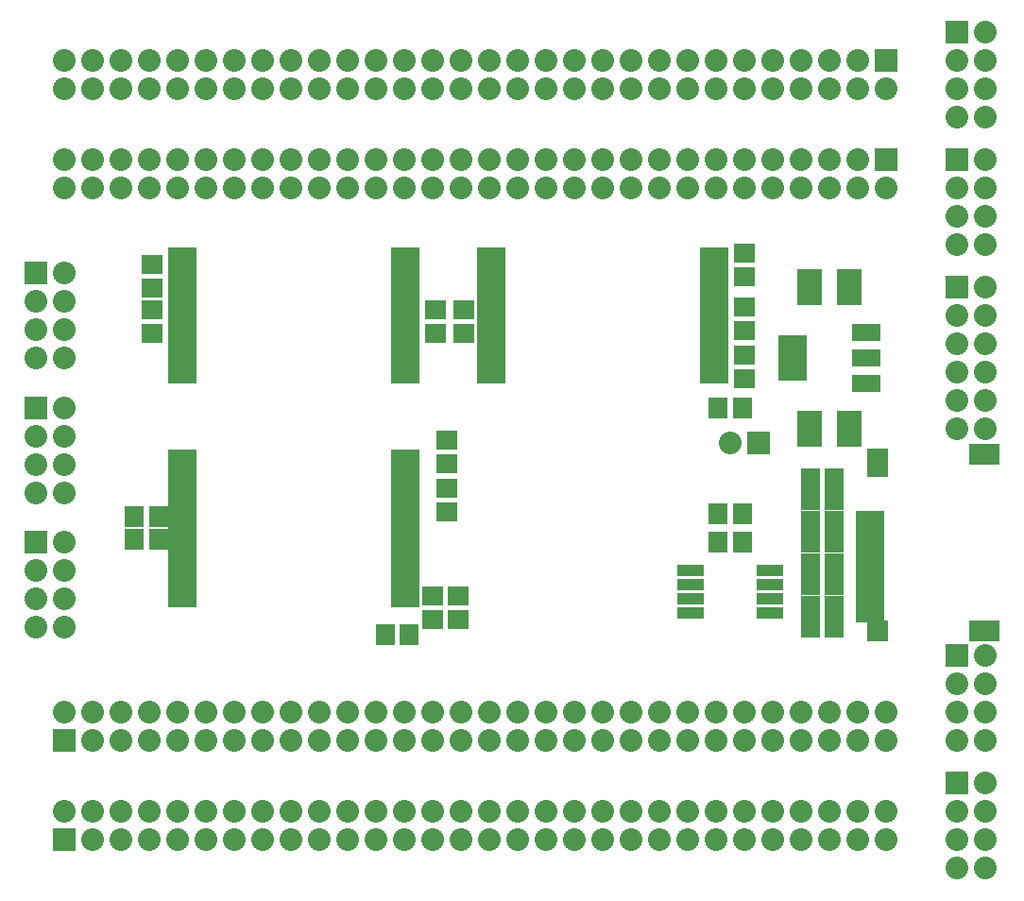
<source format=gts>
G04 (created by PCBNEW-RS274X (2012-01-19 BZR 3256)-stable) date 02/09/2012 00:26:16*
G01*
G70*
G90*
%MOIN*%
G04 Gerber Fmt 3.4, Leading zero omitted, Abs format*
%FSLAX34Y34*%
G04 APERTURE LIST*
%ADD10C,0.006000*%
%ADD11R,0.080000X0.080000*%
%ADD12C,0.080000*%
%ADD13R,0.098700X0.027800*%
%ADD14R,0.065000X0.075000*%
%ADD15R,0.100000X0.164000*%
%ADD16R,0.100000X0.060000*%
%ADD17R,0.090000X0.130000*%
%ADD18R,0.075000X0.065000*%
%ADD19R,0.106600X0.075100*%
%ADD20R,0.075100X0.098700*%
%ADD21R,0.075100X0.075100*%
%ADD22R,0.098700X0.047600*%
%ADD23R,0.095000X0.040000*%
G04 APERTURE END LIST*
G54D10*
G54D11*
X12000Y-36000D03*
G54D12*
X12000Y-35000D03*
X17000Y-36000D03*
X13000Y-35000D03*
X18000Y-36000D03*
X14000Y-35000D03*
X19000Y-36000D03*
X15000Y-35000D03*
X20000Y-36000D03*
X16000Y-35000D03*
X21000Y-36000D03*
X17000Y-35000D03*
X22000Y-36000D03*
X18000Y-35000D03*
X23000Y-36000D03*
X19000Y-35000D03*
X24000Y-36000D03*
X20000Y-35000D03*
X25000Y-36000D03*
X21000Y-35000D03*
X26000Y-36000D03*
X22000Y-35000D03*
X27000Y-36000D03*
X23000Y-35000D03*
X24000Y-35000D03*
X28000Y-36000D03*
X25000Y-35000D03*
X27000Y-35000D03*
X28000Y-35000D03*
X29000Y-35000D03*
X30000Y-35000D03*
X29000Y-36000D03*
X30000Y-36000D03*
X13000Y-36000D03*
X14000Y-36000D03*
X15000Y-36000D03*
X16000Y-36000D03*
X31000Y-36000D03*
X31000Y-35000D03*
X26000Y-35000D03*
X32000Y-36000D03*
X32000Y-35000D03*
X33000Y-36000D03*
X33000Y-35000D03*
X34000Y-36000D03*
X34000Y-35000D03*
X35000Y-36000D03*
X35000Y-35000D03*
X36000Y-36000D03*
X36000Y-35000D03*
X37000Y-36000D03*
X37000Y-35000D03*
X38000Y-36000D03*
X38000Y-35000D03*
X39000Y-36000D03*
X39000Y-35000D03*
X40000Y-36000D03*
X40000Y-35000D03*
X41000Y-36000D03*
X41000Y-35000D03*
G54D11*
X41000Y-12000D03*
G54D12*
X41000Y-13000D03*
X36000Y-12000D03*
X40000Y-13000D03*
X35000Y-12000D03*
X39000Y-13000D03*
X34000Y-12000D03*
X38000Y-13000D03*
X33000Y-12000D03*
X37000Y-13000D03*
X32000Y-12000D03*
X36000Y-13000D03*
X31000Y-12000D03*
X35000Y-13000D03*
X30000Y-12000D03*
X34000Y-13000D03*
X29000Y-12000D03*
X33000Y-13000D03*
X28000Y-12000D03*
X32000Y-13000D03*
X27000Y-12000D03*
X31000Y-13000D03*
X26000Y-12000D03*
X30000Y-13000D03*
X29000Y-13000D03*
X25000Y-12000D03*
X28000Y-13000D03*
X26000Y-13000D03*
X25000Y-13000D03*
X24000Y-13000D03*
X23000Y-13000D03*
X24000Y-12000D03*
X23000Y-12000D03*
X40000Y-12000D03*
X39000Y-12000D03*
X38000Y-12000D03*
X37000Y-12000D03*
X22000Y-12000D03*
X22000Y-13000D03*
X27000Y-13000D03*
X21000Y-12000D03*
X21000Y-13000D03*
X20000Y-12000D03*
X20000Y-13000D03*
X19000Y-12000D03*
X19000Y-13000D03*
X18000Y-12000D03*
X18000Y-13000D03*
X17000Y-12000D03*
X17000Y-13000D03*
X16000Y-12000D03*
X16000Y-13000D03*
X15000Y-12000D03*
X15000Y-13000D03*
X14000Y-12000D03*
X14000Y-13000D03*
X13000Y-12000D03*
X13000Y-13000D03*
X12000Y-12000D03*
X12000Y-13000D03*
G54D11*
X12000Y-32500D03*
G54D12*
X12000Y-31500D03*
X17000Y-32500D03*
X13000Y-31500D03*
X18000Y-32500D03*
X14000Y-31500D03*
X19000Y-32500D03*
X15000Y-31500D03*
X20000Y-32500D03*
X16000Y-31500D03*
X21000Y-32500D03*
X17000Y-31500D03*
X22000Y-32500D03*
X18000Y-31500D03*
X23000Y-32500D03*
X19000Y-31500D03*
X24000Y-32500D03*
X20000Y-31500D03*
X25000Y-32500D03*
X21000Y-31500D03*
X26000Y-32500D03*
X22000Y-31500D03*
X27000Y-32500D03*
X23000Y-31500D03*
X24000Y-31500D03*
X28000Y-32500D03*
X25000Y-31500D03*
X27000Y-31500D03*
X28000Y-31500D03*
X29000Y-31500D03*
X30000Y-31500D03*
X29000Y-32500D03*
X30000Y-32500D03*
X13000Y-32500D03*
X14000Y-32500D03*
X15000Y-32500D03*
X16000Y-32500D03*
X31000Y-32500D03*
X31000Y-31500D03*
X26000Y-31500D03*
X32000Y-32500D03*
X32000Y-31500D03*
X33000Y-32500D03*
X33000Y-31500D03*
X34000Y-32500D03*
X34000Y-31500D03*
X35000Y-32500D03*
X35000Y-31500D03*
X36000Y-32500D03*
X36000Y-31500D03*
X37000Y-32500D03*
X37000Y-31500D03*
X38000Y-32500D03*
X38000Y-31500D03*
X39000Y-32500D03*
X39000Y-31500D03*
X40000Y-32500D03*
X40000Y-31500D03*
X41000Y-32500D03*
X41000Y-31500D03*
G54D11*
X41000Y-08500D03*
G54D12*
X41000Y-09500D03*
X36000Y-08500D03*
X40000Y-09500D03*
X35000Y-08500D03*
X39000Y-09500D03*
X34000Y-08500D03*
X38000Y-09500D03*
X33000Y-08500D03*
X37000Y-09500D03*
X32000Y-08500D03*
X36000Y-09500D03*
X31000Y-08500D03*
X35000Y-09500D03*
X30000Y-08500D03*
X34000Y-09500D03*
X29000Y-08500D03*
X33000Y-09500D03*
X28000Y-08500D03*
X32000Y-09500D03*
X27000Y-08500D03*
X31000Y-09500D03*
X26000Y-08500D03*
X30000Y-09500D03*
X29000Y-09500D03*
X25000Y-08500D03*
X28000Y-09500D03*
X26000Y-09500D03*
X25000Y-09500D03*
X24000Y-09500D03*
X23000Y-09500D03*
X24000Y-08500D03*
X23000Y-08500D03*
X40000Y-08500D03*
X39000Y-08500D03*
X38000Y-08500D03*
X37000Y-08500D03*
X22000Y-08500D03*
X22000Y-09500D03*
X27000Y-09500D03*
X21000Y-08500D03*
X21000Y-09500D03*
X20000Y-08500D03*
X20000Y-09500D03*
X19000Y-08500D03*
X19000Y-09500D03*
X18000Y-08500D03*
X18000Y-09500D03*
X17000Y-08500D03*
X17000Y-09500D03*
X16000Y-08500D03*
X16000Y-09500D03*
X15000Y-08500D03*
X15000Y-09500D03*
X14000Y-08500D03*
X14000Y-09500D03*
X13000Y-08500D03*
X13000Y-09500D03*
X12000Y-08500D03*
X12000Y-09500D03*
G54D13*
X24037Y-26870D03*
X24037Y-26673D03*
X24037Y-26476D03*
X24037Y-26280D03*
X24037Y-26083D03*
X24037Y-25886D03*
X24037Y-25689D03*
X24037Y-25492D03*
X24037Y-25295D03*
X24037Y-25098D03*
X24037Y-24902D03*
X24037Y-24705D03*
X24037Y-24508D03*
X24037Y-24311D03*
X24037Y-24114D03*
X24037Y-23917D03*
X24037Y-23720D03*
X24037Y-23524D03*
X24037Y-23327D03*
X24037Y-23130D03*
X24037Y-22933D03*
X24037Y-22736D03*
X24037Y-22539D03*
X24037Y-22343D03*
X16163Y-22343D03*
X16163Y-22539D03*
X16163Y-22736D03*
X16163Y-22933D03*
X16163Y-23130D03*
X16163Y-23327D03*
X16163Y-23524D03*
X16163Y-23720D03*
X16163Y-23917D03*
X16163Y-24114D03*
X16163Y-24311D03*
X16163Y-24508D03*
X16163Y-24705D03*
X16163Y-24902D03*
X16163Y-25098D03*
X16163Y-25295D03*
X16163Y-25492D03*
X16163Y-25689D03*
X16163Y-25886D03*
X16163Y-26083D03*
X16163Y-26280D03*
X16163Y-26476D03*
X16163Y-26673D03*
X16163Y-26870D03*
X16163Y-27067D03*
X16163Y-27264D03*
X16163Y-27461D03*
X16163Y-27657D03*
X24037Y-27067D03*
X24037Y-27264D03*
X24037Y-27461D03*
X24037Y-27657D03*
X27063Y-15630D03*
X27063Y-15827D03*
X27063Y-16024D03*
X27063Y-16220D03*
X27063Y-16417D03*
X27063Y-16614D03*
X27063Y-16811D03*
X27063Y-17008D03*
X27063Y-17205D03*
X27063Y-17402D03*
X27063Y-17598D03*
X27063Y-17795D03*
X27063Y-17992D03*
X27063Y-18189D03*
X27063Y-18386D03*
X27063Y-18583D03*
X27063Y-18780D03*
X27063Y-18976D03*
X27063Y-19173D03*
X27063Y-19370D03*
X27063Y-19567D03*
X27063Y-19764D03*
X34937Y-19764D03*
X34937Y-19567D03*
X34937Y-19370D03*
X34937Y-19173D03*
X34937Y-18976D03*
X34937Y-18780D03*
X34937Y-18583D03*
X34937Y-18386D03*
X34937Y-18189D03*
X34937Y-17992D03*
X34937Y-17795D03*
X34937Y-17598D03*
X34937Y-17402D03*
X34937Y-17205D03*
X34937Y-17008D03*
X34937Y-16811D03*
X34937Y-16614D03*
X34937Y-16417D03*
X34937Y-16220D03*
X34937Y-16024D03*
X34937Y-15827D03*
X34937Y-15630D03*
X34937Y-15433D03*
X34937Y-15236D03*
X27063Y-15433D03*
X27063Y-15236D03*
G54D14*
X39175Y-24750D03*
X38325Y-24750D03*
X39175Y-27750D03*
X38325Y-27750D03*
X39175Y-27000D03*
X38325Y-27000D03*
X39175Y-26250D03*
X38325Y-26250D03*
X39175Y-25500D03*
X38325Y-25500D03*
X39175Y-24000D03*
X38325Y-24000D03*
X39175Y-28500D03*
X38325Y-28500D03*
G54D11*
X43500Y-16500D03*
G54D12*
X44500Y-16500D03*
X43500Y-17500D03*
X44500Y-17500D03*
X43500Y-18500D03*
X44500Y-18500D03*
X43500Y-19500D03*
X44500Y-19500D03*
X43500Y-20500D03*
X44500Y-20500D03*
X43500Y-21500D03*
X44500Y-21500D03*
G54D11*
X43500Y-12000D03*
G54D12*
X44500Y-12000D03*
X43500Y-13000D03*
X44500Y-13000D03*
X43500Y-14000D03*
X44500Y-14000D03*
X43500Y-15000D03*
X44500Y-15000D03*
G54D11*
X43500Y-07500D03*
G54D12*
X44500Y-07500D03*
X43500Y-08500D03*
X44500Y-08500D03*
X43500Y-09500D03*
X44500Y-09500D03*
X43500Y-10500D03*
X44500Y-10500D03*
G54D15*
X37700Y-19000D03*
G54D16*
X40300Y-19000D03*
X40300Y-18100D03*
X40300Y-19900D03*
G54D17*
X39700Y-16500D03*
X38300Y-16500D03*
X39700Y-21500D03*
X38300Y-21500D03*
G54D18*
X25100Y-18125D03*
X25100Y-17275D03*
X36000Y-18025D03*
X36000Y-17175D03*
X26100Y-18125D03*
X26100Y-17275D03*
G54D14*
X35075Y-24500D03*
X35925Y-24500D03*
G54D18*
X25900Y-28225D03*
X25900Y-27375D03*
X15100Y-17275D03*
X15100Y-18125D03*
X25000Y-28225D03*
X25000Y-27375D03*
G54D14*
X14475Y-24600D03*
X15325Y-24600D03*
G54D18*
X25500Y-21875D03*
X25500Y-22725D03*
X36000Y-19725D03*
X36000Y-18875D03*
X25500Y-24425D03*
X25500Y-23575D03*
G54D10*
G36*
X23544Y-19231D02*
X24530Y-19231D01*
X24530Y-19509D01*
X23544Y-19509D01*
X23544Y-19231D01*
X23544Y-19231D01*
G37*
G36*
X23544Y-19034D02*
X24530Y-19034D01*
X24530Y-19312D01*
X23544Y-19312D01*
X23544Y-19034D01*
X23544Y-19034D01*
G37*
G36*
X23544Y-18837D02*
X24530Y-18837D01*
X24530Y-19115D01*
X23544Y-19115D01*
X23544Y-18837D01*
X23544Y-18837D01*
G37*
G36*
X23544Y-18641D02*
X24530Y-18641D01*
X24530Y-18919D01*
X23544Y-18919D01*
X23544Y-18641D01*
X23544Y-18641D01*
G37*
G36*
X23544Y-18444D02*
X24530Y-18444D01*
X24530Y-18722D01*
X23544Y-18722D01*
X23544Y-18444D01*
X23544Y-18444D01*
G37*
G36*
X23544Y-18247D02*
X24530Y-18247D01*
X24530Y-18525D01*
X23544Y-18525D01*
X23544Y-18247D01*
X23544Y-18247D01*
G37*
G36*
X23544Y-18050D02*
X24530Y-18050D01*
X24530Y-18328D01*
X23544Y-18328D01*
X23544Y-18050D01*
X23544Y-18050D01*
G37*
G36*
X23544Y-17853D02*
X24530Y-17853D01*
X24530Y-18131D01*
X23544Y-18131D01*
X23544Y-17853D01*
X23544Y-17853D01*
G37*
G36*
X23544Y-17656D02*
X24530Y-17656D01*
X24530Y-17934D01*
X23544Y-17934D01*
X23544Y-17656D01*
X23544Y-17656D01*
G37*
G36*
X23544Y-17459D02*
X24530Y-17459D01*
X24530Y-17737D01*
X23544Y-17737D01*
X23544Y-17459D01*
X23544Y-17459D01*
G37*
G36*
X23544Y-17263D02*
X24530Y-17263D01*
X24530Y-17541D01*
X23544Y-17541D01*
X23544Y-17263D01*
X23544Y-17263D01*
G37*
G36*
X23544Y-17066D02*
X24530Y-17066D01*
X24530Y-17344D01*
X23544Y-17344D01*
X23544Y-17066D01*
X23544Y-17066D01*
G37*
G36*
X23544Y-16869D02*
X24530Y-16869D01*
X24530Y-17147D01*
X23544Y-17147D01*
X23544Y-16869D01*
X23544Y-16869D01*
G37*
G36*
X23544Y-16672D02*
X24530Y-16672D01*
X24530Y-16950D01*
X23544Y-16950D01*
X23544Y-16672D01*
X23544Y-16672D01*
G37*
G36*
X23544Y-16475D02*
X24530Y-16475D01*
X24530Y-16753D01*
X23544Y-16753D01*
X23544Y-16475D01*
X23544Y-16475D01*
G37*
G36*
X23544Y-16278D02*
X24530Y-16278D01*
X24530Y-16556D01*
X23544Y-16556D01*
X23544Y-16278D01*
X23544Y-16278D01*
G37*
G36*
X23544Y-16081D02*
X24530Y-16081D01*
X24530Y-16359D01*
X23544Y-16359D01*
X23544Y-16081D01*
X23544Y-16081D01*
G37*
G36*
X23544Y-15885D02*
X24530Y-15885D01*
X24530Y-16163D01*
X23544Y-16163D01*
X23544Y-15885D01*
X23544Y-15885D01*
G37*
G36*
X23544Y-15688D02*
X24530Y-15688D01*
X24530Y-15966D01*
X23544Y-15966D01*
X23544Y-15688D01*
X23544Y-15688D01*
G37*
G36*
X23544Y-15491D02*
X24530Y-15491D01*
X24530Y-15769D01*
X23544Y-15769D01*
X23544Y-15491D01*
X23544Y-15491D01*
G37*
G36*
X23544Y-15294D02*
X24530Y-15294D01*
X24530Y-15572D01*
X23544Y-15572D01*
X23544Y-15294D01*
X23544Y-15294D01*
G37*
G36*
X23544Y-15097D02*
X24530Y-15097D01*
X24530Y-15375D01*
X23544Y-15375D01*
X23544Y-15097D01*
X23544Y-15097D01*
G37*
G54D13*
X16163Y-15236D03*
X16163Y-15433D03*
X16163Y-15630D03*
X16163Y-15827D03*
X16163Y-16024D03*
X16163Y-16220D03*
X16163Y-16417D03*
X16163Y-16614D03*
X16163Y-16811D03*
X16163Y-17008D03*
X16163Y-17205D03*
X16163Y-17402D03*
X16163Y-17598D03*
X16163Y-17795D03*
X16163Y-17992D03*
X16163Y-18189D03*
X16163Y-18386D03*
X16163Y-18583D03*
X16163Y-18780D03*
X16163Y-18976D03*
X16163Y-19173D03*
X16163Y-19370D03*
G54D10*
G36*
X15670Y-19428D02*
X16656Y-19428D01*
X16656Y-19706D01*
X15670Y-19706D01*
X15670Y-19428D01*
X15670Y-19428D01*
G37*
G36*
X15670Y-19625D02*
X16656Y-19625D01*
X16656Y-19903D01*
X15670Y-19903D01*
X15670Y-19625D01*
X15670Y-19625D01*
G37*
G36*
X23544Y-19428D02*
X24530Y-19428D01*
X24530Y-19706D01*
X23544Y-19706D01*
X23544Y-19428D01*
X23544Y-19428D01*
G37*
G36*
X23544Y-19625D02*
X24530Y-19625D01*
X24530Y-19903D01*
X23544Y-19903D01*
X23544Y-19625D01*
X23544Y-19625D01*
G37*
G54D14*
X39175Y-23250D03*
X38325Y-23250D03*
X14475Y-25400D03*
X15325Y-25400D03*
X24175Y-28750D03*
X23325Y-28750D03*
G54D18*
X15100Y-15675D03*
X15100Y-16525D03*
G54D11*
X11000Y-25500D03*
G54D12*
X12000Y-25500D03*
X11000Y-26500D03*
X12000Y-26500D03*
X11000Y-27500D03*
X12000Y-27500D03*
X11000Y-28500D03*
X12000Y-28500D03*
G54D11*
X11000Y-20750D03*
G54D12*
X12000Y-20750D03*
X11000Y-21750D03*
X12000Y-21750D03*
X11000Y-22750D03*
X12000Y-22750D03*
X11000Y-23750D03*
X12000Y-23750D03*
G54D11*
X11000Y-16000D03*
G54D12*
X12000Y-16000D03*
X11000Y-17000D03*
X12000Y-17000D03*
X11000Y-18000D03*
X12000Y-18000D03*
X11000Y-19000D03*
X12000Y-19000D03*
G54D11*
X43500Y-34000D03*
G54D12*
X44500Y-34000D03*
X43500Y-35000D03*
X44500Y-35000D03*
X43500Y-36000D03*
X44500Y-36000D03*
X43500Y-37000D03*
X44500Y-37000D03*
G54D11*
X43500Y-29500D03*
G54D12*
X44500Y-29500D03*
X43500Y-30500D03*
X44500Y-30500D03*
X43500Y-31500D03*
X44500Y-31500D03*
X43500Y-32500D03*
X44500Y-32500D03*
G54D11*
X36500Y-22000D03*
G54D12*
X35500Y-22000D03*
G54D19*
X44488Y-28610D03*
X44488Y-22390D03*
G54D20*
X40709Y-22705D03*
G54D21*
X40709Y-28610D03*
G54D22*
X40433Y-28079D03*
X40433Y-27646D03*
X40433Y-27213D03*
X40433Y-26780D03*
X40433Y-26346D03*
X40433Y-25913D03*
X40433Y-25480D03*
X40433Y-25047D03*
X40433Y-24614D03*
G54D23*
X36900Y-26500D03*
X36900Y-27000D03*
X36900Y-27500D03*
X36900Y-28000D03*
X34100Y-28000D03*
X34100Y-27500D03*
X34100Y-27000D03*
X34100Y-26500D03*
G54D18*
X36000Y-15275D03*
X36000Y-16125D03*
G54D14*
X35925Y-20750D03*
X35075Y-20750D03*
X35925Y-25500D03*
X35075Y-25500D03*
M02*

</source>
